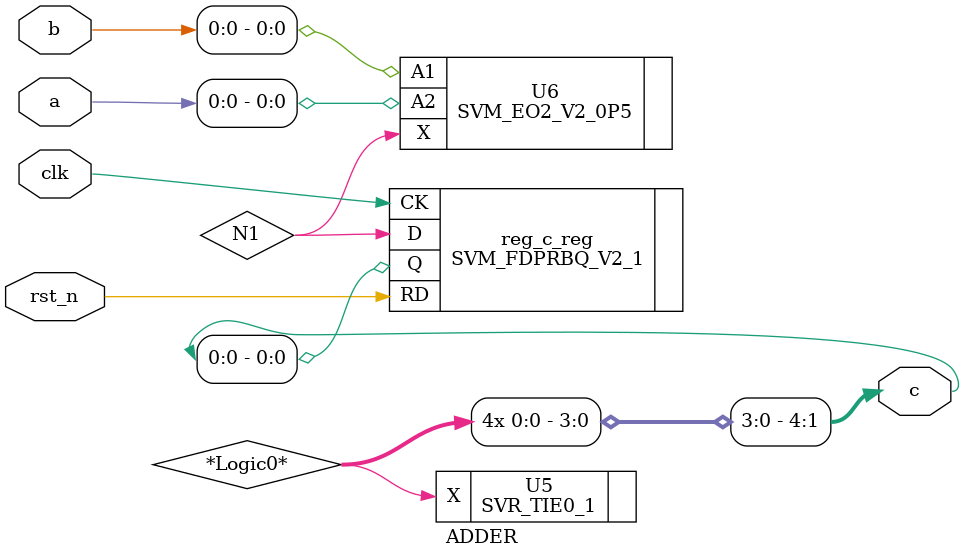
<source format=v>


module ADDER ( clk, rst_n, a, b, c );
  input [3:0] a;
  input [3:0] b;
  output [4:0] c;
  input clk, rst_n;
  wire   \*Logic0* , N1;
  assign c[1] = \*Logic0* ;
  assign c[2] = \*Logic0* ;
  assign c[3] = \*Logic0* ;
  assign c[4] = \*Logic0* ;

  SVM_FDPRBQ_V2_1 reg_c_reg ( .D(N1), .CK(clk), .RD(rst_n), .Q(c[0]) );
  SVR_TIE0_1 U5 ( .X(\*Logic0* ) );
  SVM_EO2_V2_0P5 U6 ( .A1(b[0]), .A2(a[0]), .X(N1) );
endmodule


</source>
